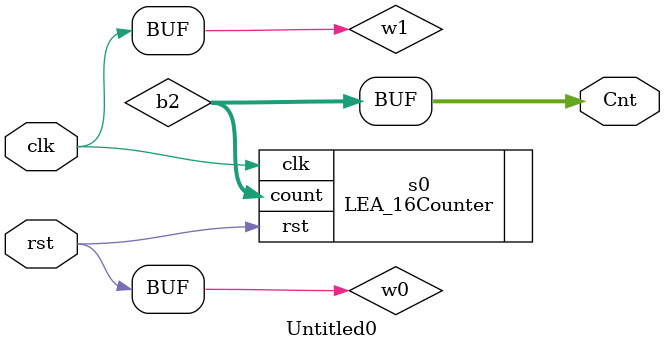
<source format=v>
module Untitled0(clk,rst,Cnt);

input clk;
input rst;
output [3:0] Cnt;

wire  w0;
wire  w1;
wire [3:0] b2;

assign w1 = clk;
assign w0 = rst;
assign Cnt = b2;

LEA_16Counter
     s0 (
      .rst(w0),
      .clk(w1),
      .count(b2));

endmodule


</source>
